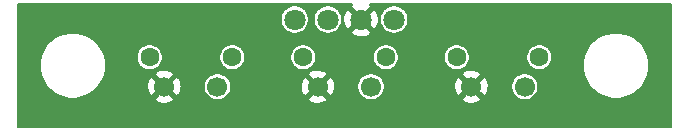
<source format=gbr>
G04 #@! TF.GenerationSoftware,KiCad,Pcbnew,(5.1.5)-3*
G04 #@! TF.CreationDate,2020-12-20T17:30:11+01:00*
G04 #@! TF.ProjectId,Taster,54617374-6572-42e6-9b69-6361645f7063,rev?*
G04 #@! TF.SameCoordinates,Original*
G04 #@! TF.FileFunction,Copper,L2,Bot*
G04 #@! TF.FilePolarity,Positive*
%FSLAX46Y46*%
G04 Gerber Fmt 4.6, Leading zero omitted, Abs format (unit mm)*
G04 Created by KiCad (PCBNEW (5.1.5)-3) date 2020-12-20 17:30:11*
%MOMM*%
%LPD*%
G04 APERTURE LIST*
%ADD10C,1.600000*%
%ADD11C,1.700000*%
%ADD12C,1.800000*%
%ADD13C,0.200000*%
G04 APERTURE END LIST*
D10*
X31500000Y-4800000D03*
X24500000Y-4800000D03*
D11*
X30250000Y-7300000D03*
X25750000Y-7300000D03*
D12*
X29400000Y-1600000D03*
X32200000Y-1600000D03*
X26600000Y-1600000D03*
X23800000Y-1600000D03*
D10*
X44500000Y-4800000D03*
X37500000Y-4800000D03*
D11*
X43250000Y-7300000D03*
X38750000Y-7300000D03*
D10*
X18500000Y-4800000D03*
X11500000Y-4800000D03*
D11*
X17250000Y-7300000D03*
X12750000Y-7300000D03*
D13*
G36*
X28552219Y-540087D02*
G01*
X29400000Y-1387868D01*
X30247781Y-540087D01*
X30169805Y-325000D01*
X55675000Y-325000D01*
X55675001Y-10675000D01*
X325000Y-10675000D01*
X325000Y-8324159D01*
X11937973Y-8324159D01*
X12019491Y-8560655D01*
X12279469Y-8678948D01*
X12557529Y-8744248D01*
X12842986Y-8754046D01*
X13124870Y-8707967D01*
X13392347Y-8607780D01*
X13480509Y-8560655D01*
X13562027Y-8324159D01*
X12750000Y-7512132D01*
X11937973Y-8324159D01*
X325000Y-8324159D01*
X325000Y-5224224D01*
X2200000Y-5224224D01*
X2200000Y-5775776D01*
X2307602Y-6316730D01*
X2518672Y-6826297D01*
X2825098Y-7284896D01*
X3215104Y-7674902D01*
X3673703Y-7981328D01*
X4183270Y-8192398D01*
X4724224Y-8300000D01*
X5275776Y-8300000D01*
X5816730Y-8192398D01*
X6326297Y-7981328D01*
X6784896Y-7674902D01*
X7066812Y-7392986D01*
X11295954Y-7392986D01*
X11342033Y-7674870D01*
X11442220Y-7942347D01*
X11489345Y-8030509D01*
X11725841Y-8112027D01*
X12537868Y-7300000D01*
X12962132Y-7300000D01*
X13774159Y-8112027D01*
X14010655Y-8030509D01*
X14128948Y-7770531D01*
X14194248Y-7492471D01*
X14204046Y-7207014D01*
X14200732Y-7186735D01*
X16100000Y-7186735D01*
X16100000Y-7413265D01*
X16144194Y-7635443D01*
X16230884Y-7844729D01*
X16356737Y-8033082D01*
X16516918Y-8193263D01*
X16705271Y-8319116D01*
X16914557Y-8405806D01*
X17136735Y-8450000D01*
X17363265Y-8450000D01*
X17585443Y-8405806D01*
X17782554Y-8324159D01*
X24937973Y-8324159D01*
X25019491Y-8560655D01*
X25279469Y-8678948D01*
X25557529Y-8744248D01*
X25842986Y-8754046D01*
X26124870Y-8707967D01*
X26392347Y-8607780D01*
X26480509Y-8560655D01*
X26562027Y-8324159D01*
X25750000Y-7512132D01*
X24937973Y-8324159D01*
X17782554Y-8324159D01*
X17794729Y-8319116D01*
X17983082Y-8193263D01*
X18143263Y-8033082D01*
X18269116Y-7844729D01*
X18355806Y-7635443D01*
X18400000Y-7413265D01*
X18400000Y-7392986D01*
X24295954Y-7392986D01*
X24342033Y-7674870D01*
X24442220Y-7942347D01*
X24489345Y-8030509D01*
X24725841Y-8112027D01*
X25537868Y-7300000D01*
X25962132Y-7300000D01*
X26774159Y-8112027D01*
X27010655Y-8030509D01*
X27128948Y-7770531D01*
X27194248Y-7492471D01*
X27204046Y-7207014D01*
X27200732Y-7186735D01*
X29100000Y-7186735D01*
X29100000Y-7413265D01*
X29144194Y-7635443D01*
X29230884Y-7844729D01*
X29356737Y-8033082D01*
X29516918Y-8193263D01*
X29705271Y-8319116D01*
X29914557Y-8405806D01*
X30136735Y-8450000D01*
X30363265Y-8450000D01*
X30585443Y-8405806D01*
X30782554Y-8324159D01*
X37937973Y-8324159D01*
X38019491Y-8560655D01*
X38279469Y-8678948D01*
X38557529Y-8744248D01*
X38842986Y-8754046D01*
X39124870Y-8707967D01*
X39392347Y-8607780D01*
X39480509Y-8560655D01*
X39562027Y-8324159D01*
X38750000Y-7512132D01*
X37937973Y-8324159D01*
X30782554Y-8324159D01*
X30794729Y-8319116D01*
X30983082Y-8193263D01*
X31143263Y-8033082D01*
X31269116Y-7844729D01*
X31355806Y-7635443D01*
X31400000Y-7413265D01*
X31400000Y-7392986D01*
X37295954Y-7392986D01*
X37342033Y-7674870D01*
X37442220Y-7942347D01*
X37489345Y-8030509D01*
X37725841Y-8112027D01*
X38537868Y-7300000D01*
X38962132Y-7300000D01*
X39774159Y-8112027D01*
X40010655Y-8030509D01*
X40128948Y-7770531D01*
X40194248Y-7492471D01*
X40204046Y-7207014D01*
X40200732Y-7186735D01*
X42100000Y-7186735D01*
X42100000Y-7413265D01*
X42144194Y-7635443D01*
X42230884Y-7844729D01*
X42356737Y-8033082D01*
X42516918Y-8193263D01*
X42705271Y-8319116D01*
X42914557Y-8405806D01*
X43136735Y-8450000D01*
X43363265Y-8450000D01*
X43585443Y-8405806D01*
X43794729Y-8319116D01*
X43983082Y-8193263D01*
X44143263Y-8033082D01*
X44269116Y-7844729D01*
X44355806Y-7635443D01*
X44400000Y-7413265D01*
X44400000Y-7186735D01*
X44355806Y-6964557D01*
X44269116Y-6755271D01*
X44143263Y-6566918D01*
X43983082Y-6406737D01*
X43794729Y-6280884D01*
X43585443Y-6194194D01*
X43363265Y-6150000D01*
X43136735Y-6150000D01*
X42914557Y-6194194D01*
X42705271Y-6280884D01*
X42516918Y-6406737D01*
X42356737Y-6566918D01*
X42230884Y-6755271D01*
X42144194Y-6964557D01*
X42100000Y-7186735D01*
X40200732Y-7186735D01*
X40157967Y-6925130D01*
X40057780Y-6657653D01*
X40010655Y-6569491D01*
X39774159Y-6487973D01*
X38962132Y-7300000D01*
X38537868Y-7300000D01*
X37725841Y-6487973D01*
X37489345Y-6569491D01*
X37371052Y-6829469D01*
X37305752Y-7107529D01*
X37295954Y-7392986D01*
X31400000Y-7392986D01*
X31400000Y-7186735D01*
X31355806Y-6964557D01*
X31269116Y-6755271D01*
X31143263Y-6566918D01*
X30983082Y-6406737D01*
X30794729Y-6280884D01*
X30782555Y-6275841D01*
X37937973Y-6275841D01*
X38750000Y-7087868D01*
X39562027Y-6275841D01*
X39480509Y-6039345D01*
X39220531Y-5921052D01*
X38942471Y-5855752D01*
X38657014Y-5845954D01*
X38375130Y-5892033D01*
X38107653Y-5992220D01*
X38019491Y-6039345D01*
X37937973Y-6275841D01*
X30782555Y-6275841D01*
X30585443Y-6194194D01*
X30363265Y-6150000D01*
X30136735Y-6150000D01*
X29914557Y-6194194D01*
X29705271Y-6280884D01*
X29516918Y-6406737D01*
X29356737Y-6566918D01*
X29230884Y-6755271D01*
X29144194Y-6964557D01*
X29100000Y-7186735D01*
X27200732Y-7186735D01*
X27157967Y-6925130D01*
X27057780Y-6657653D01*
X27010655Y-6569491D01*
X26774159Y-6487973D01*
X25962132Y-7300000D01*
X25537868Y-7300000D01*
X24725841Y-6487973D01*
X24489345Y-6569491D01*
X24371052Y-6829469D01*
X24305752Y-7107529D01*
X24295954Y-7392986D01*
X18400000Y-7392986D01*
X18400000Y-7186735D01*
X18355806Y-6964557D01*
X18269116Y-6755271D01*
X18143263Y-6566918D01*
X17983082Y-6406737D01*
X17794729Y-6280884D01*
X17782555Y-6275841D01*
X24937973Y-6275841D01*
X25750000Y-7087868D01*
X26562027Y-6275841D01*
X26480509Y-6039345D01*
X26220531Y-5921052D01*
X25942471Y-5855752D01*
X25657014Y-5845954D01*
X25375130Y-5892033D01*
X25107653Y-5992220D01*
X25019491Y-6039345D01*
X24937973Y-6275841D01*
X17782555Y-6275841D01*
X17585443Y-6194194D01*
X17363265Y-6150000D01*
X17136735Y-6150000D01*
X16914557Y-6194194D01*
X16705271Y-6280884D01*
X16516918Y-6406737D01*
X16356737Y-6566918D01*
X16230884Y-6755271D01*
X16144194Y-6964557D01*
X16100000Y-7186735D01*
X14200732Y-7186735D01*
X14157967Y-6925130D01*
X14057780Y-6657653D01*
X14010655Y-6569491D01*
X13774159Y-6487973D01*
X12962132Y-7300000D01*
X12537868Y-7300000D01*
X11725841Y-6487973D01*
X11489345Y-6569491D01*
X11371052Y-6829469D01*
X11305752Y-7107529D01*
X11295954Y-7392986D01*
X7066812Y-7392986D01*
X7174902Y-7284896D01*
X7481328Y-6826297D01*
X7692398Y-6316730D01*
X7700531Y-6275841D01*
X11937973Y-6275841D01*
X12750000Y-7087868D01*
X13562027Y-6275841D01*
X13480509Y-6039345D01*
X13220531Y-5921052D01*
X12942471Y-5855752D01*
X12657014Y-5845954D01*
X12375130Y-5892033D01*
X12107653Y-5992220D01*
X12019491Y-6039345D01*
X11937973Y-6275841D01*
X7700531Y-6275841D01*
X7800000Y-5775776D01*
X7800000Y-5224224D01*
X7694067Y-4691659D01*
X10400000Y-4691659D01*
X10400000Y-4908341D01*
X10442273Y-5120858D01*
X10525193Y-5321045D01*
X10645575Y-5501209D01*
X10798791Y-5654425D01*
X10978955Y-5774807D01*
X11179142Y-5857727D01*
X11391659Y-5900000D01*
X11608341Y-5900000D01*
X11820858Y-5857727D01*
X12021045Y-5774807D01*
X12201209Y-5654425D01*
X12354425Y-5501209D01*
X12474807Y-5321045D01*
X12557727Y-5120858D01*
X12600000Y-4908341D01*
X12600000Y-4691659D01*
X17400000Y-4691659D01*
X17400000Y-4908341D01*
X17442273Y-5120858D01*
X17525193Y-5321045D01*
X17645575Y-5501209D01*
X17798791Y-5654425D01*
X17978955Y-5774807D01*
X18179142Y-5857727D01*
X18391659Y-5900000D01*
X18608341Y-5900000D01*
X18820858Y-5857727D01*
X19021045Y-5774807D01*
X19201209Y-5654425D01*
X19354425Y-5501209D01*
X19474807Y-5321045D01*
X19557727Y-5120858D01*
X19600000Y-4908341D01*
X19600000Y-4691659D01*
X23400000Y-4691659D01*
X23400000Y-4908341D01*
X23442273Y-5120858D01*
X23525193Y-5321045D01*
X23645575Y-5501209D01*
X23798791Y-5654425D01*
X23978955Y-5774807D01*
X24179142Y-5857727D01*
X24391659Y-5900000D01*
X24608341Y-5900000D01*
X24820858Y-5857727D01*
X25021045Y-5774807D01*
X25201209Y-5654425D01*
X25354425Y-5501209D01*
X25474807Y-5321045D01*
X25557727Y-5120858D01*
X25600000Y-4908341D01*
X25600000Y-4691659D01*
X30400000Y-4691659D01*
X30400000Y-4908341D01*
X30442273Y-5120858D01*
X30525193Y-5321045D01*
X30645575Y-5501209D01*
X30798791Y-5654425D01*
X30978955Y-5774807D01*
X31179142Y-5857727D01*
X31391659Y-5900000D01*
X31608341Y-5900000D01*
X31820858Y-5857727D01*
X32021045Y-5774807D01*
X32201209Y-5654425D01*
X32354425Y-5501209D01*
X32474807Y-5321045D01*
X32557727Y-5120858D01*
X32600000Y-4908341D01*
X32600000Y-4691659D01*
X36400000Y-4691659D01*
X36400000Y-4908341D01*
X36442273Y-5120858D01*
X36525193Y-5321045D01*
X36645575Y-5501209D01*
X36798791Y-5654425D01*
X36978955Y-5774807D01*
X37179142Y-5857727D01*
X37391659Y-5900000D01*
X37608341Y-5900000D01*
X37820858Y-5857727D01*
X38021045Y-5774807D01*
X38201209Y-5654425D01*
X38354425Y-5501209D01*
X38474807Y-5321045D01*
X38557727Y-5120858D01*
X38600000Y-4908341D01*
X38600000Y-4691659D01*
X43400000Y-4691659D01*
X43400000Y-4908341D01*
X43442273Y-5120858D01*
X43525193Y-5321045D01*
X43645575Y-5501209D01*
X43798791Y-5654425D01*
X43978955Y-5774807D01*
X44179142Y-5857727D01*
X44391659Y-5900000D01*
X44608341Y-5900000D01*
X44820858Y-5857727D01*
X45021045Y-5774807D01*
X45201209Y-5654425D01*
X45354425Y-5501209D01*
X45474807Y-5321045D01*
X45514911Y-5224224D01*
X48200000Y-5224224D01*
X48200000Y-5775776D01*
X48307602Y-6316730D01*
X48518672Y-6826297D01*
X48825098Y-7284896D01*
X49215104Y-7674902D01*
X49673703Y-7981328D01*
X50183270Y-8192398D01*
X50724224Y-8300000D01*
X51275776Y-8300000D01*
X51816730Y-8192398D01*
X52326297Y-7981328D01*
X52784896Y-7674902D01*
X53174902Y-7284896D01*
X53481328Y-6826297D01*
X53692398Y-6316730D01*
X53800000Y-5775776D01*
X53800000Y-5224224D01*
X53692398Y-4683270D01*
X53481328Y-4173703D01*
X53174902Y-3715104D01*
X52784896Y-3325098D01*
X52326297Y-3018672D01*
X51816730Y-2807602D01*
X51275776Y-2700000D01*
X50724224Y-2700000D01*
X50183270Y-2807602D01*
X49673703Y-3018672D01*
X49215104Y-3325098D01*
X48825098Y-3715104D01*
X48518672Y-4173703D01*
X48307602Y-4683270D01*
X48200000Y-5224224D01*
X45514911Y-5224224D01*
X45557727Y-5120858D01*
X45600000Y-4908341D01*
X45600000Y-4691659D01*
X45557727Y-4479142D01*
X45474807Y-4278955D01*
X45354425Y-4098791D01*
X45201209Y-3945575D01*
X45021045Y-3825193D01*
X44820858Y-3742273D01*
X44608341Y-3700000D01*
X44391659Y-3700000D01*
X44179142Y-3742273D01*
X43978955Y-3825193D01*
X43798791Y-3945575D01*
X43645575Y-4098791D01*
X43525193Y-4278955D01*
X43442273Y-4479142D01*
X43400000Y-4691659D01*
X38600000Y-4691659D01*
X38557727Y-4479142D01*
X38474807Y-4278955D01*
X38354425Y-4098791D01*
X38201209Y-3945575D01*
X38021045Y-3825193D01*
X37820858Y-3742273D01*
X37608341Y-3700000D01*
X37391659Y-3700000D01*
X37179142Y-3742273D01*
X36978955Y-3825193D01*
X36798791Y-3945575D01*
X36645575Y-4098791D01*
X36525193Y-4278955D01*
X36442273Y-4479142D01*
X36400000Y-4691659D01*
X32600000Y-4691659D01*
X32557727Y-4479142D01*
X32474807Y-4278955D01*
X32354425Y-4098791D01*
X32201209Y-3945575D01*
X32021045Y-3825193D01*
X31820858Y-3742273D01*
X31608341Y-3700000D01*
X31391659Y-3700000D01*
X31179142Y-3742273D01*
X30978955Y-3825193D01*
X30798791Y-3945575D01*
X30645575Y-4098791D01*
X30525193Y-4278955D01*
X30442273Y-4479142D01*
X30400000Y-4691659D01*
X25600000Y-4691659D01*
X25557727Y-4479142D01*
X25474807Y-4278955D01*
X25354425Y-4098791D01*
X25201209Y-3945575D01*
X25021045Y-3825193D01*
X24820858Y-3742273D01*
X24608341Y-3700000D01*
X24391659Y-3700000D01*
X24179142Y-3742273D01*
X23978955Y-3825193D01*
X23798791Y-3945575D01*
X23645575Y-4098791D01*
X23525193Y-4278955D01*
X23442273Y-4479142D01*
X23400000Y-4691659D01*
X19600000Y-4691659D01*
X19557727Y-4479142D01*
X19474807Y-4278955D01*
X19354425Y-4098791D01*
X19201209Y-3945575D01*
X19021045Y-3825193D01*
X18820858Y-3742273D01*
X18608341Y-3700000D01*
X18391659Y-3700000D01*
X18179142Y-3742273D01*
X17978955Y-3825193D01*
X17798791Y-3945575D01*
X17645575Y-4098791D01*
X17525193Y-4278955D01*
X17442273Y-4479142D01*
X17400000Y-4691659D01*
X12600000Y-4691659D01*
X12557727Y-4479142D01*
X12474807Y-4278955D01*
X12354425Y-4098791D01*
X12201209Y-3945575D01*
X12021045Y-3825193D01*
X11820858Y-3742273D01*
X11608341Y-3700000D01*
X11391659Y-3700000D01*
X11179142Y-3742273D01*
X10978955Y-3825193D01*
X10798791Y-3945575D01*
X10645575Y-4098791D01*
X10525193Y-4278955D01*
X10442273Y-4479142D01*
X10400000Y-4691659D01*
X7694067Y-4691659D01*
X7692398Y-4683270D01*
X7481328Y-4173703D01*
X7174902Y-3715104D01*
X6784896Y-3325098D01*
X6326297Y-3018672D01*
X5816730Y-2807602D01*
X5275776Y-2700000D01*
X4724224Y-2700000D01*
X4183270Y-2807602D01*
X3673703Y-3018672D01*
X3215104Y-3325098D01*
X2825098Y-3715104D01*
X2518672Y-4173703D01*
X2307602Y-4683270D01*
X2200000Y-5224224D01*
X325000Y-5224224D01*
X325000Y-1481810D01*
X22600000Y-1481810D01*
X22600000Y-1718190D01*
X22646116Y-1950027D01*
X22736574Y-2168413D01*
X22867899Y-2364955D01*
X23035045Y-2532101D01*
X23231587Y-2663426D01*
X23449973Y-2753884D01*
X23681810Y-2800000D01*
X23918190Y-2800000D01*
X24150027Y-2753884D01*
X24368413Y-2663426D01*
X24564955Y-2532101D01*
X24732101Y-2364955D01*
X24863426Y-2168413D01*
X24953884Y-1950027D01*
X25000000Y-1718190D01*
X25000000Y-1481810D01*
X25400000Y-1481810D01*
X25400000Y-1718190D01*
X25446116Y-1950027D01*
X25536574Y-2168413D01*
X25667899Y-2364955D01*
X25835045Y-2532101D01*
X26031587Y-2663426D01*
X26249973Y-2753884D01*
X26481810Y-2800000D01*
X26718190Y-2800000D01*
X26950027Y-2753884D01*
X27168413Y-2663426D01*
X27173670Y-2659913D01*
X28552219Y-2659913D01*
X28639806Y-2901512D01*
X28908326Y-3024810D01*
X29195740Y-3093354D01*
X29491004Y-3104509D01*
X29782771Y-3057846D01*
X30059828Y-2955160D01*
X30160194Y-2901512D01*
X30247781Y-2659913D01*
X29400000Y-1812132D01*
X28552219Y-2659913D01*
X27173670Y-2659913D01*
X27364955Y-2532101D01*
X27532101Y-2364955D01*
X27663426Y-2168413D01*
X27753884Y-1950027D01*
X27800000Y-1718190D01*
X27800000Y-1691004D01*
X27895491Y-1691004D01*
X27942154Y-1982771D01*
X28044840Y-2259828D01*
X28098488Y-2360194D01*
X28340087Y-2447781D01*
X29187868Y-1600000D01*
X29612132Y-1600000D01*
X30459913Y-2447781D01*
X30701512Y-2360194D01*
X30824810Y-2091674D01*
X30893354Y-1804260D01*
X30904509Y-1508996D01*
X30900162Y-1481810D01*
X31000000Y-1481810D01*
X31000000Y-1718190D01*
X31046116Y-1950027D01*
X31136574Y-2168413D01*
X31267899Y-2364955D01*
X31435045Y-2532101D01*
X31631587Y-2663426D01*
X31849973Y-2753884D01*
X32081810Y-2800000D01*
X32318190Y-2800000D01*
X32550027Y-2753884D01*
X32768413Y-2663426D01*
X32964955Y-2532101D01*
X33132101Y-2364955D01*
X33263426Y-2168413D01*
X33353884Y-1950027D01*
X33400000Y-1718190D01*
X33400000Y-1481810D01*
X33353884Y-1249973D01*
X33263426Y-1031587D01*
X33132101Y-835045D01*
X32964955Y-667899D01*
X32768413Y-536574D01*
X32550027Y-446116D01*
X32318190Y-400000D01*
X32081810Y-400000D01*
X31849973Y-446116D01*
X31631587Y-536574D01*
X31435045Y-667899D01*
X31267899Y-835045D01*
X31136574Y-1031587D01*
X31046116Y-1249973D01*
X31000000Y-1481810D01*
X30900162Y-1481810D01*
X30857846Y-1217229D01*
X30755160Y-940172D01*
X30701512Y-839806D01*
X30459913Y-752219D01*
X29612132Y-1600000D01*
X29187868Y-1600000D01*
X28340087Y-752219D01*
X28098488Y-839806D01*
X27975190Y-1108326D01*
X27906646Y-1395740D01*
X27895491Y-1691004D01*
X27800000Y-1691004D01*
X27800000Y-1481810D01*
X27753884Y-1249973D01*
X27663426Y-1031587D01*
X27532101Y-835045D01*
X27364955Y-667899D01*
X27168413Y-536574D01*
X26950027Y-446116D01*
X26718190Y-400000D01*
X26481810Y-400000D01*
X26249973Y-446116D01*
X26031587Y-536574D01*
X25835045Y-667899D01*
X25667899Y-835045D01*
X25536574Y-1031587D01*
X25446116Y-1249973D01*
X25400000Y-1481810D01*
X25000000Y-1481810D01*
X24953884Y-1249973D01*
X24863426Y-1031587D01*
X24732101Y-835045D01*
X24564955Y-667899D01*
X24368413Y-536574D01*
X24150027Y-446116D01*
X23918190Y-400000D01*
X23681810Y-400000D01*
X23449973Y-446116D01*
X23231587Y-536574D01*
X23035045Y-667899D01*
X22867899Y-835045D01*
X22736574Y-1031587D01*
X22646116Y-1249973D01*
X22600000Y-1481810D01*
X325000Y-1481810D01*
X325000Y-325000D01*
X28630195Y-325000D01*
X28552219Y-540087D01*
G37*
X28552219Y-540087D02*
X29400000Y-1387868D01*
X30247781Y-540087D01*
X30169805Y-325000D01*
X55675000Y-325000D01*
X55675001Y-10675000D01*
X325000Y-10675000D01*
X325000Y-8324159D01*
X11937973Y-8324159D01*
X12019491Y-8560655D01*
X12279469Y-8678948D01*
X12557529Y-8744248D01*
X12842986Y-8754046D01*
X13124870Y-8707967D01*
X13392347Y-8607780D01*
X13480509Y-8560655D01*
X13562027Y-8324159D01*
X12750000Y-7512132D01*
X11937973Y-8324159D01*
X325000Y-8324159D01*
X325000Y-5224224D01*
X2200000Y-5224224D01*
X2200000Y-5775776D01*
X2307602Y-6316730D01*
X2518672Y-6826297D01*
X2825098Y-7284896D01*
X3215104Y-7674902D01*
X3673703Y-7981328D01*
X4183270Y-8192398D01*
X4724224Y-8300000D01*
X5275776Y-8300000D01*
X5816730Y-8192398D01*
X6326297Y-7981328D01*
X6784896Y-7674902D01*
X7066812Y-7392986D01*
X11295954Y-7392986D01*
X11342033Y-7674870D01*
X11442220Y-7942347D01*
X11489345Y-8030509D01*
X11725841Y-8112027D01*
X12537868Y-7300000D01*
X12962132Y-7300000D01*
X13774159Y-8112027D01*
X14010655Y-8030509D01*
X14128948Y-7770531D01*
X14194248Y-7492471D01*
X14204046Y-7207014D01*
X14200732Y-7186735D01*
X16100000Y-7186735D01*
X16100000Y-7413265D01*
X16144194Y-7635443D01*
X16230884Y-7844729D01*
X16356737Y-8033082D01*
X16516918Y-8193263D01*
X16705271Y-8319116D01*
X16914557Y-8405806D01*
X17136735Y-8450000D01*
X17363265Y-8450000D01*
X17585443Y-8405806D01*
X17782554Y-8324159D01*
X24937973Y-8324159D01*
X25019491Y-8560655D01*
X25279469Y-8678948D01*
X25557529Y-8744248D01*
X25842986Y-8754046D01*
X26124870Y-8707967D01*
X26392347Y-8607780D01*
X26480509Y-8560655D01*
X26562027Y-8324159D01*
X25750000Y-7512132D01*
X24937973Y-8324159D01*
X17782554Y-8324159D01*
X17794729Y-8319116D01*
X17983082Y-8193263D01*
X18143263Y-8033082D01*
X18269116Y-7844729D01*
X18355806Y-7635443D01*
X18400000Y-7413265D01*
X18400000Y-7392986D01*
X24295954Y-7392986D01*
X24342033Y-7674870D01*
X24442220Y-7942347D01*
X24489345Y-8030509D01*
X24725841Y-8112027D01*
X25537868Y-7300000D01*
X25962132Y-7300000D01*
X26774159Y-8112027D01*
X27010655Y-8030509D01*
X27128948Y-7770531D01*
X27194248Y-7492471D01*
X27204046Y-7207014D01*
X27200732Y-7186735D01*
X29100000Y-7186735D01*
X29100000Y-7413265D01*
X29144194Y-7635443D01*
X29230884Y-7844729D01*
X29356737Y-8033082D01*
X29516918Y-8193263D01*
X29705271Y-8319116D01*
X29914557Y-8405806D01*
X30136735Y-8450000D01*
X30363265Y-8450000D01*
X30585443Y-8405806D01*
X30782554Y-8324159D01*
X37937973Y-8324159D01*
X38019491Y-8560655D01*
X38279469Y-8678948D01*
X38557529Y-8744248D01*
X38842986Y-8754046D01*
X39124870Y-8707967D01*
X39392347Y-8607780D01*
X39480509Y-8560655D01*
X39562027Y-8324159D01*
X38750000Y-7512132D01*
X37937973Y-8324159D01*
X30782554Y-8324159D01*
X30794729Y-8319116D01*
X30983082Y-8193263D01*
X31143263Y-8033082D01*
X31269116Y-7844729D01*
X31355806Y-7635443D01*
X31400000Y-7413265D01*
X31400000Y-7392986D01*
X37295954Y-7392986D01*
X37342033Y-7674870D01*
X37442220Y-7942347D01*
X37489345Y-8030509D01*
X37725841Y-8112027D01*
X38537868Y-7300000D01*
X38962132Y-7300000D01*
X39774159Y-8112027D01*
X40010655Y-8030509D01*
X40128948Y-7770531D01*
X40194248Y-7492471D01*
X40204046Y-7207014D01*
X40200732Y-7186735D01*
X42100000Y-7186735D01*
X42100000Y-7413265D01*
X42144194Y-7635443D01*
X42230884Y-7844729D01*
X42356737Y-8033082D01*
X42516918Y-8193263D01*
X42705271Y-8319116D01*
X42914557Y-8405806D01*
X43136735Y-8450000D01*
X43363265Y-8450000D01*
X43585443Y-8405806D01*
X43794729Y-8319116D01*
X43983082Y-8193263D01*
X44143263Y-8033082D01*
X44269116Y-7844729D01*
X44355806Y-7635443D01*
X44400000Y-7413265D01*
X44400000Y-7186735D01*
X44355806Y-6964557D01*
X44269116Y-6755271D01*
X44143263Y-6566918D01*
X43983082Y-6406737D01*
X43794729Y-6280884D01*
X43585443Y-6194194D01*
X43363265Y-6150000D01*
X43136735Y-6150000D01*
X42914557Y-6194194D01*
X42705271Y-6280884D01*
X42516918Y-6406737D01*
X42356737Y-6566918D01*
X42230884Y-6755271D01*
X42144194Y-6964557D01*
X42100000Y-7186735D01*
X40200732Y-7186735D01*
X40157967Y-6925130D01*
X40057780Y-6657653D01*
X40010655Y-6569491D01*
X39774159Y-6487973D01*
X38962132Y-7300000D01*
X38537868Y-7300000D01*
X37725841Y-6487973D01*
X37489345Y-6569491D01*
X37371052Y-6829469D01*
X37305752Y-7107529D01*
X37295954Y-7392986D01*
X31400000Y-7392986D01*
X31400000Y-7186735D01*
X31355806Y-6964557D01*
X31269116Y-6755271D01*
X31143263Y-6566918D01*
X30983082Y-6406737D01*
X30794729Y-6280884D01*
X30782555Y-6275841D01*
X37937973Y-6275841D01*
X38750000Y-7087868D01*
X39562027Y-6275841D01*
X39480509Y-6039345D01*
X39220531Y-5921052D01*
X38942471Y-5855752D01*
X38657014Y-5845954D01*
X38375130Y-5892033D01*
X38107653Y-5992220D01*
X38019491Y-6039345D01*
X37937973Y-6275841D01*
X30782555Y-6275841D01*
X30585443Y-6194194D01*
X30363265Y-6150000D01*
X30136735Y-6150000D01*
X29914557Y-6194194D01*
X29705271Y-6280884D01*
X29516918Y-6406737D01*
X29356737Y-6566918D01*
X29230884Y-6755271D01*
X29144194Y-6964557D01*
X29100000Y-7186735D01*
X27200732Y-7186735D01*
X27157967Y-6925130D01*
X27057780Y-6657653D01*
X27010655Y-6569491D01*
X26774159Y-6487973D01*
X25962132Y-7300000D01*
X25537868Y-7300000D01*
X24725841Y-6487973D01*
X24489345Y-6569491D01*
X24371052Y-6829469D01*
X24305752Y-7107529D01*
X24295954Y-7392986D01*
X18400000Y-7392986D01*
X18400000Y-7186735D01*
X18355806Y-6964557D01*
X18269116Y-6755271D01*
X18143263Y-6566918D01*
X17983082Y-6406737D01*
X17794729Y-6280884D01*
X17782555Y-6275841D01*
X24937973Y-6275841D01*
X25750000Y-7087868D01*
X26562027Y-6275841D01*
X26480509Y-6039345D01*
X26220531Y-5921052D01*
X25942471Y-5855752D01*
X25657014Y-5845954D01*
X25375130Y-5892033D01*
X25107653Y-5992220D01*
X25019491Y-6039345D01*
X24937973Y-6275841D01*
X17782555Y-6275841D01*
X17585443Y-6194194D01*
X17363265Y-6150000D01*
X17136735Y-6150000D01*
X16914557Y-6194194D01*
X16705271Y-6280884D01*
X16516918Y-6406737D01*
X16356737Y-6566918D01*
X16230884Y-6755271D01*
X16144194Y-6964557D01*
X16100000Y-7186735D01*
X14200732Y-7186735D01*
X14157967Y-6925130D01*
X14057780Y-6657653D01*
X14010655Y-6569491D01*
X13774159Y-6487973D01*
X12962132Y-7300000D01*
X12537868Y-7300000D01*
X11725841Y-6487973D01*
X11489345Y-6569491D01*
X11371052Y-6829469D01*
X11305752Y-7107529D01*
X11295954Y-7392986D01*
X7066812Y-7392986D01*
X7174902Y-7284896D01*
X7481328Y-6826297D01*
X7692398Y-6316730D01*
X7700531Y-6275841D01*
X11937973Y-6275841D01*
X12750000Y-7087868D01*
X13562027Y-6275841D01*
X13480509Y-6039345D01*
X13220531Y-5921052D01*
X12942471Y-5855752D01*
X12657014Y-5845954D01*
X12375130Y-5892033D01*
X12107653Y-5992220D01*
X12019491Y-6039345D01*
X11937973Y-6275841D01*
X7700531Y-6275841D01*
X7800000Y-5775776D01*
X7800000Y-5224224D01*
X7694067Y-4691659D01*
X10400000Y-4691659D01*
X10400000Y-4908341D01*
X10442273Y-5120858D01*
X10525193Y-5321045D01*
X10645575Y-5501209D01*
X10798791Y-5654425D01*
X10978955Y-5774807D01*
X11179142Y-5857727D01*
X11391659Y-5900000D01*
X11608341Y-5900000D01*
X11820858Y-5857727D01*
X12021045Y-5774807D01*
X12201209Y-5654425D01*
X12354425Y-5501209D01*
X12474807Y-5321045D01*
X12557727Y-5120858D01*
X12600000Y-4908341D01*
X12600000Y-4691659D01*
X17400000Y-4691659D01*
X17400000Y-4908341D01*
X17442273Y-5120858D01*
X17525193Y-5321045D01*
X17645575Y-5501209D01*
X17798791Y-5654425D01*
X17978955Y-5774807D01*
X18179142Y-5857727D01*
X18391659Y-5900000D01*
X18608341Y-5900000D01*
X18820858Y-5857727D01*
X19021045Y-5774807D01*
X19201209Y-5654425D01*
X19354425Y-5501209D01*
X19474807Y-5321045D01*
X19557727Y-5120858D01*
X19600000Y-4908341D01*
X19600000Y-4691659D01*
X23400000Y-4691659D01*
X23400000Y-4908341D01*
X23442273Y-5120858D01*
X23525193Y-5321045D01*
X23645575Y-5501209D01*
X23798791Y-5654425D01*
X23978955Y-5774807D01*
X24179142Y-5857727D01*
X24391659Y-5900000D01*
X24608341Y-5900000D01*
X24820858Y-5857727D01*
X25021045Y-5774807D01*
X25201209Y-5654425D01*
X25354425Y-5501209D01*
X25474807Y-5321045D01*
X25557727Y-5120858D01*
X25600000Y-4908341D01*
X25600000Y-4691659D01*
X30400000Y-4691659D01*
X30400000Y-4908341D01*
X30442273Y-5120858D01*
X30525193Y-5321045D01*
X30645575Y-5501209D01*
X30798791Y-5654425D01*
X30978955Y-5774807D01*
X31179142Y-5857727D01*
X31391659Y-5900000D01*
X31608341Y-5900000D01*
X31820858Y-5857727D01*
X32021045Y-5774807D01*
X32201209Y-5654425D01*
X32354425Y-5501209D01*
X32474807Y-5321045D01*
X32557727Y-5120858D01*
X32600000Y-4908341D01*
X32600000Y-4691659D01*
X36400000Y-4691659D01*
X36400000Y-4908341D01*
X36442273Y-5120858D01*
X36525193Y-5321045D01*
X36645575Y-5501209D01*
X36798791Y-5654425D01*
X36978955Y-5774807D01*
X37179142Y-5857727D01*
X37391659Y-5900000D01*
X37608341Y-5900000D01*
X37820858Y-5857727D01*
X38021045Y-5774807D01*
X38201209Y-5654425D01*
X38354425Y-5501209D01*
X38474807Y-5321045D01*
X38557727Y-5120858D01*
X38600000Y-4908341D01*
X38600000Y-4691659D01*
X43400000Y-4691659D01*
X43400000Y-4908341D01*
X43442273Y-5120858D01*
X43525193Y-5321045D01*
X43645575Y-5501209D01*
X43798791Y-5654425D01*
X43978955Y-5774807D01*
X44179142Y-5857727D01*
X44391659Y-5900000D01*
X44608341Y-5900000D01*
X44820858Y-5857727D01*
X45021045Y-5774807D01*
X45201209Y-5654425D01*
X45354425Y-5501209D01*
X45474807Y-5321045D01*
X45514911Y-5224224D01*
X48200000Y-5224224D01*
X48200000Y-5775776D01*
X48307602Y-6316730D01*
X48518672Y-6826297D01*
X48825098Y-7284896D01*
X49215104Y-7674902D01*
X49673703Y-7981328D01*
X50183270Y-8192398D01*
X50724224Y-8300000D01*
X51275776Y-8300000D01*
X51816730Y-8192398D01*
X52326297Y-7981328D01*
X52784896Y-7674902D01*
X53174902Y-7284896D01*
X53481328Y-6826297D01*
X53692398Y-6316730D01*
X53800000Y-5775776D01*
X53800000Y-5224224D01*
X53692398Y-4683270D01*
X53481328Y-4173703D01*
X53174902Y-3715104D01*
X52784896Y-3325098D01*
X52326297Y-3018672D01*
X51816730Y-2807602D01*
X51275776Y-2700000D01*
X50724224Y-2700000D01*
X50183270Y-2807602D01*
X49673703Y-3018672D01*
X49215104Y-3325098D01*
X48825098Y-3715104D01*
X48518672Y-4173703D01*
X48307602Y-4683270D01*
X48200000Y-5224224D01*
X45514911Y-5224224D01*
X45557727Y-5120858D01*
X45600000Y-4908341D01*
X45600000Y-4691659D01*
X45557727Y-4479142D01*
X45474807Y-4278955D01*
X45354425Y-4098791D01*
X45201209Y-3945575D01*
X45021045Y-3825193D01*
X44820858Y-3742273D01*
X44608341Y-3700000D01*
X44391659Y-3700000D01*
X44179142Y-3742273D01*
X43978955Y-3825193D01*
X43798791Y-3945575D01*
X43645575Y-4098791D01*
X43525193Y-4278955D01*
X43442273Y-4479142D01*
X43400000Y-4691659D01*
X38600000Y-4691659D01*
X38557727Y-4479142D01*
X38474807Y-4278955D01*
X38354425Y-4098791D01*
X38201209Y-3945575D01*
X38021045Y-3825193D01*
X37820858Y-3742273D01*
X37608341Y-3700000D01*
X37391659Y-3700000D01*
X37179142Y-3742273D01*
X36978955Y-3825193D01*
X36798791Y-3945575D01*
X36645575Y-4098791D01*
X36525193Y-4278955D01*
X36442273Y-4479142D01*
X36400000Y-4691659D01*
X32600000Y-4691659D01*
X32557727Y-4479142D01*
X32474807Y-4278955D01*
X32354425Y-4098791D01*
X32201209Y-3945575D01*
X32021045Y-3825193D01*
X31820858Y-3742273D01*
X31608341Y-3700000D01*
X31391659Y-3700000D01*
X31179142Y-3742273D01*
X30978955Y-3825193D01*
X30798791Y-3945575D01*
X30645575Y-4098791D01*
X30525193Y-4278955D01*
X30442273Y-4479142D01*
X30400000Y-4691659D01*
X25600000Y-4691659D01*
X25557727Y-4479142D01*
X25474807Y-4278955D01*
X25354425Y-4098791D01*
X25201209Y-3945575D01*
X25021045Y-3825193D01*
X24820858Y-3742273D01*
X24608341Y-3700000D01*
X24391659Y-3700000D01*
X24179142Y-3742273D01*
X23978955Y-3825193D01*
X23798791Y-3945575D01*
X23645575Y-4098791D01*
X23525193Y-4278955D01*
X23442273Y-4479142D01*
X23400000Y-4691659D01*
X19600000Y-4691659D01*
X19557727Y-4479142D01*
X19474807Y-4278955D01*
X19354425Y-4098791D01*
X19201209Y-3945575D01*
X19021045Y-3825193D01*
X18820858Y-3742273D01*
X18608341Y-3700000D01*
X18391659Y-3700000D01*
X18179142Y-3742273D01*
X17978955Y-3825193D01*
X17798791Y-3945575D01*
X17645575Y-4098791D01*
X17525193Y-4278955D01*
X17442273Y-4479142D01*
X17400000Y-4691659D01*
X12600000Y-4691659D01*
X12557727Y-4479142D01*
X12474807Y-4278955D01*
X12354425Y-4098791D01*
X12201209Y-3945575D01*
X12021045Y-3825193D01*
X11820858Y-3742273D01*
X11608341Y-3700000D01*
X11391659Y-3700000D01*
X11179142Y-3742273D01*
X10978955Y-3825193D01*
X10798791Y-3945575D01*
X10645575Y-4098791D01*
X10525193Y-4278955D01*
X10442273Y-4479142D01*
X10400000Y-4691659D01*
X7694067Y-4691659D01*
X7692398Y-4683270D01*
X7481328Y-4173703D01*
X7174902Y-3715104D01*
X6784896Y-3325098D01*
X6326297Y-3018672D01*
X5816730Y-2807602D01*
X5275776Y-2700000D01*
X4724224Y-2700000D01*
X4183270Y-2807602D01*
X3673703Y-3018672D01*
X3215104Y-3325098D01*
X2825098Y-3715104D01*
X2518672Y-4173703D01*
X2307602Y-4683270D01*
X2200000Y-5224224D01*
X325000Y-5224224D01*
X325000Y-1481810D01*
X22600000Y-1481810D01*
X22600000Y-1718190D01*
X22646116Y-1950027D01*
X22736574Y-2168413D01*
X22867899Y-2364955D01*
X23035045Y-2532101D01*
X23231587Y-2663426D01*
X23449973Y-2753884D01*
X23681810Y-2800000D01*
X23918190Y-2800000D01*
X24150027Y-2753884D01*
X24368413Y-2663426D01*
X24564955Y-2532101D01*
X24732101Y-2364955D01*
X24863426Y-2168413D01*
X24953884Y-1950027D01*
X25000000Y-1718190D01*
X25000000Y-1481810D01*
X25400000Y-1481810D01*
X25400000Y-1718190D01*
X25446116Y-1950027D01*
X25536574Y-2168413D01*
X25667899Y-2364955D01*
X25835045Y-2532101D01*
X26031587Y-2663426D01*
X26249973Y-2753884D01*
X26481810Y-2800000D01*
X26718190Y-2800000D01*
X26950027Y-2753884D01*
X27168413Y-2663426D01*
X27173670Y-2659913D01*
X28552219Y-2659913D01*
X28639806Y-2901512D01*
X28908326Y-3024810D01*
X29195740Y-3093354D01*
X29491004Y-3104509D01*
X29782771Y-3057846D01*
X30059828Y-2955160D01*
X30160194Y-2901512D01*
X30247781Y-2659913D01*
X29400000Y-1812132D01*
X28552219Y-2659913D01*
X27173670Y-2659913D01*
X27364955Y-2532101D01*
X27532101Y-2364955D01*
X27663426Y-2168413D01*
X27753884Y-1950027D01*
X27800000Y-1718190D01*
X27800000Y-1691004D01*
X27895491Y-1691004D01*
X27942154Y-1982771D01*
X28044840Y-2259828D01*
X28098488Y-2360194D01*
X28340087Y-2447781D01*
X29187868Y-1600000D01*
X29612132Y-1600000D01*
X30459913Y-2447781D01*
X30701512Y-2360194D01*
X30824810Y-2091674D01*
X30893354Y-1804260D01*
X30904509Y-1508996D01*
X30900162Y-1481810D01*
X31000000Y-1481810D01*
X31000000Y-1718190D01*
X31046116Y-1950027D01*
X31136574Y-2168413D01*
X31267899Y-2364955D01*
X31435045Y-2532101D01*
X31631587Y-2663426D01*
X31849973Y-2753884D01*
X32081810Y-2800000D01*
X32318190Y-2800000D01*
X32550027Y-2753884D01*
X32768413Y-2663426D01*
X32964955Y-2532101D01*
X33132101Y-2364955D01*
X33263426Y-2168413D01*
X33353884Y-1950027D01*
X33400000Y-1718190D01*
X33400000Y-1481810D01*
X33353884Y-1249973D01*
X33263426Y-1031587D01*
X33132101Y-835045D01*
X32964955Y-667899D01*
X32768413Y-536574D01*
X32550027Y-446116D01*
X32318190Y-400000D01*
X32081810Y-400000D01*
X31849973Y-446116D01*
X31631587Y-536574D01*
X31435045Y-667899D01*
X31267899Y-835045D01*
X31136574Y-1031587D01*
X31046116Y-1249973D01*
X31000000Y-1481810D01*
X30900162Y-1481810D01*
X30857846Y-1217229D01*
X30755160Y-940172D01*
X30701512Y-839806D01*
X30459913Y-752219D01*
X29612132Y-1600000D01*
X29187868Y-1600000D01*
X28340087Y-752219D01*
X28098488Y-839806D01*
X27975190Y-1108326D01*
X27906646Y-1395740D01*
X27895491Y-1691004D01*
X27800000Y-1691004D01*
X27800000Y-1481810D01*
X27753884Y-1249973D01*
X27663426Y-1031587D01*
X27532101Y-835045D01*
X27364955Y-667899D01*
X27168413Y-536574D01*
X26950027Y-446116D01*
X26718190Y-400000D01*
X26481810Y-400000D01*
X26249973Y-446116D01*
X26031587Y-536574D01*
X25835045Y-667899D01*
X25667899Y-835045D01*
X25536574Y-1031587D01*
X25446116Y-1249973D01*
X25400000Y-1481810D01*
X25000000Y-1481810D01*
X24953884Y-1249973D01*
X24863426Y-1031587D01*
X24732101Y-835045D01*
X24564955Y-667899D01*
X24368413Y-536574D01*
X24150027Y-446116D01*
X23918190Y-400000D01*
X23681810Y-400000D01*
X23449973Y-446116D01*
X23231587Y-536574D01*
X23035045Y-667899D01*
X22867899Y-835045D01*
X22736574Y-1031587D01*
X22646116Y-1249973D01*
X22600000Y-1481810D01*
X325000Y-1481810D01*
X325000Y-325000D01*
X28630195Y-325000D01*
X28552219Y-540087D01*
M02*

</source>
